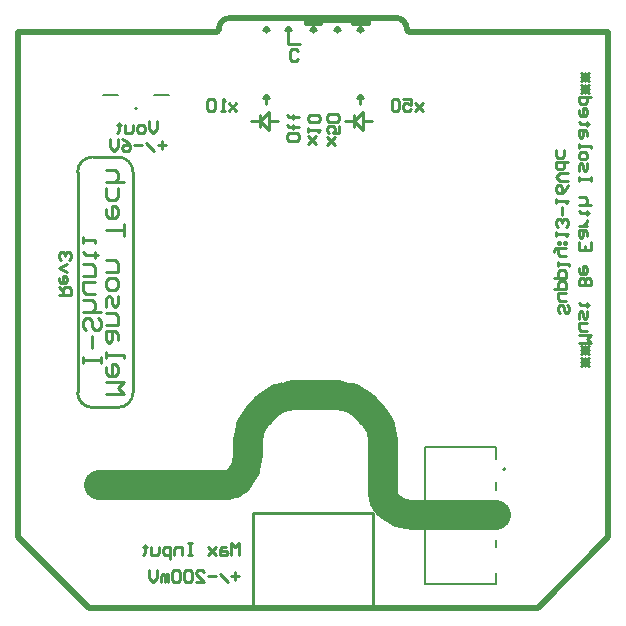
<source format=gbo>
G04*
G04 #@! TF.GenerationSoftware,Altium Limited,CircuitStudio,1.5.2 (1.5.2.30)*
G04*
G04 Layer_Color=13948096*
%FSLAX44Y44*%
%MOMM*%
G71*
G01*
G75*
%ADD33C,0.2540*%
%ADD34C,0.2500*%
%ADD35C,0.5000*%
%ADD36C,2.5000*%
%ADD59C,0.2000*%
%ADD103C,0.1270*%
D33*
X381700Y349360D02*
Y430500D01*
X483300D01*
Y349500D02*
Y430500D01*
X381700Y349500D02*
X483300D01*
X475040Y754580D02*
Y762200D01*
X467420D02*
X475040Y754580D01*
X467420Y762200D02*
X475040Y769820D01*
Y762200D02*
Y769820D01*
X467420Y757120D02*
Y767280D01*
X459800Y762200D02*
X467420D01*
X475040D02*
X482660D01*
X472500Y784620D02*
X475040Y782080D01*
X469960D02*
X475040D01*
X469960D02*
X472500Y784620D01*
Y777000D02*
Y784620D01*
X392500Y777000D02*
Y784620D01*
X389960Y782080D02*
X392500Y784620D01*
X389960Y782080D02*
X395040D01*
X392500Y784620D02*
X395040Y782080D01*
Y762200D02*
X402660D01*
X379800D02*
X387420D01*
Y757120D02*
Y767280D01*
X395040Y762200D02*
Y769820D01*
X387420Y762200D02*
X395040Y769820D01*
X387420Y762200D02*
X395040Y754580D01*
Y762200D01*
X451164Y742000D02*
X444500Y748664D01*
X447832Y745332D01*
X451164Y748664D01*
X444500Y742000D01*
X454497Y758661D02*
Y751997D01*
X449498D01*
X451164Y755329D01*
Y756995D01*
X449498Y758661D01*
X446166D01*
X444500Y756995D01*
Y753663D01*
X446166Y751997D01*
X452831Y761993D02*
X454497Y763660D01*
Y766992D01*
X452831Y768658D01*
X446166D01*
X444500Y766992D01*
Y763660D01*
X446166Y761993D01*
X452831D01*
X435164Y743000D02*
X428500Y749664D01*
X431832Y746332D01*
X435164Y749664D01*
X428500Y743000D01*
Y752997D02*
Y756329D01*
Y754663D01*
X438497D01*
X436831Y752997D01*
Y761327D02*
X438497Y762993D01*
Y766326D01*
X436831Y767992D01*
X430166D01*
X428500Y766326D01*
Y762993D01*
X430166Y761327D01*
X436831D01*
X410503Y750827D02*
Y747495D01*
X412169Y745829D01*
X418834D01*
X420500Y747495D01*
Y750827D01*
X418834Y752493D01*
X412169D01*
X410503Y750827D01*
X420500Y757492D02*
X412169D01*
X415502D01*
Y755826D01*
Y759158D01*
Y757492D01*
X412169D01*
X410503Y759158D01*
X420500Y765823D02*
X412169D01*
X415502D01*
Y764156D01*
Y767489D01*
Y765823D01*
X412169D01*
X410503Y767489D01*
X217500Y615000D02*
X227497D01*
Y619998D01*
X225831Y621664D01*
X222498D01*
X220832Y619998D01*
Y615000D01*
Y618332D02*
X217500Y621664D01*
Y629995D02*
Y626663D01*
X219166Y624997D01*
X222498D01*
X224164Y626663D01*
Y629995D01*
X222498Y631661D01*
X220832D01*
Y624997D01*
X224164Y634993D02*
X217500Y638326D01*
X224164Y641658D01*
X225831Y644990D02*
X227497Y646656D01*
Y649989D01*
X225831Y651655D01*
X224164D01*
X222498Y649989D01*
Y648323D01*
Y649989D01*
X220832Y651655D01*
X219166D01*
X217500Y649989D01*
Y646656D01*
X219166Y644990D01*
X370000Y395100D02*
Y405097D01*
X366668Y401764D01*
X363335Y405097D01*
Y395100D01*
X358337Y401764D02*
X355005D01*
X353338Y400098D01*
Y395100D01*
X358337D01*
X360003Y396766D01*
X358337Y398432D01*
X353338D01*
X350006Y401764D02*
X343342Y395100D01*
X346674Y398432D01*
X343342Y401764D01*
X350006Y395100D01*
X330013Y405097D02*
X326680D01*
X328346D01*
Y395100D01*
X330013D01*
X326680D01*
X321682D02*
Y401764D01*
X316684D01*
X315018Y400098D01*
Y395100D01*
X311685Y391768D02*
Y401764D01*
X306687D01*
X305021Y400098D01*
Y396766D01*
X306687Y395100D01*
X311685D01*
X301688Y401764D02*
Y396766D01*
X300022Y395100D01*
X295024D01*
Y401764D01*
X290026Y403431D02*
Y401764D01*
X291692D01*
X288359D01*
X290026D01*
Y396766D01*
X288359Y395100D01*
X665831Y555000D02*
X659166Y561664D01*
Y555000D02*
X665831Y561664D01*
X662498Y555000D02*
Y561664D01*
X659166Y558332D02*
X665831D01*
Y564997D02*
X659166Y571661D01*
Y564997D02*
X665831Y571661D01*
X662498Y564997D02*
Y571661D01*
X659166Y568329D02*
X665831D01*
X657500Y574993D02*
X667497D01*
X664164Y578326D01*
X667497Y581658D01*
X657500D01*
X664164Y584990D02*
X659166D01*
X657500Y586656D01*
Y591655D01*
X664164D01*
X657500Y594987D02*
Y599985D01*
X659166Y601651D01*
X660832Y599985D01*
Y596653D01*
X662498Y594987D01*
X664164Y596653D01*
Y601651D01*
X665831Y606650D02*
X664164D01*
Y604984D01*
Y608316D01*
Y606650D01*
X659166D01*
X657500Y608316D01*
X667497Y623311D02*
X657500D01*
Y628310D01*
X659166Y629976D01*
X660832D01*
X662498Y628310D01*
Y623311D01*
Y628310D01*
X664164Y629976D01*
X665831D01*
X667497Y628310D01*
Y623311D01*
X657500Y638306D02*
Y634974D01*
X659166Y633308D01*
X662498D01*
X664164Y634974D01*
Y638306D01*
X662498Y639972D01*
X660832D01*
Y633308D01*
X667497Y659966D02*
Y653301D01*
X657500D01*
Y659966D01*
X662498Y653301D02*
Y656634D01*
X664164Y664965D02*
Y668297D01*
X662498Y669963D01*
X657500D01*
Y664965D01*
X659166Y663298D01*
X660832Y664965D01*
Y669963D01*
X664164Y673295D02*
X657500D01*
X660832D01*
X662498Y674961D01*
X664164Y676627D01*
Y678294D01*
X665831Y684958D02*
X664164D01*
Y683292D01*
Y686624D01*
Y684958D01*
X659166D01*
X657500Y686624D01*
X667497Y691622D02*
X657500D01*
X662498D01*
X664164Y693289D01*
Y696621D01*
X662498Y698287D01*
X657500D01*
X667497Y711616D02*
Y714948D01*
Y713282D01*
X657500D01*
Y711616D01*
Y714948D01*
Y719947D02*
Y724945D01*
X659166Y726611D01*
X660832Y724945D01*
Y721613D01*
X662498Y719947D01*
X664164Y721613D01*
Y726611D01*
X657500Y731610D02*
Y734942D01*
X659166Y736608D01*
X662498D01*
X664164Y734942D01*
Y731610D01*
X662498Y729943D01*
X659166D01*
X657500Y731610D01*
Y739940D02*
Y743272D01*
Y741606D01*
X667497D01*
Y739940D01*
X664164Y749937D02*
Y753269D01*
X662498Y754935D01*
X657500D01*
Y749937D01*
X659166Y748271D01*
X660832Y749937D01*
Y754935D01*
X665831Y759934D02*
X664164D01*
Y758268D01*
Y761600D01*
Y759934D01*
X659166D01*
X657500Y761600D01*
Y771597D02*
Y768264D01*
X659166Y766598D01*
X662498D01*
X664164Y768264D01*
Y771597D01*
X662498Y773263D01*
X660832D01*
Y766598D01*
X667497Y783260D02*
X657500D01*
Y778261D01*
X659166Y776595D01*
X662498D01*
X664164Y778261D01*
Y783260D01*
X665831Y786592D02*
X659166Y793256D01*
Y786592D02*
X665831Y793256D01*
X662498Y786592D02*
Y793256D01*
X659166Y789924D02*
X665831D01*
Y796589D02*
X659166Y803253D01*
Y796589D02*
X665831Y803253D01*
X662498Y796589D02*
Y803253D01*
X659166Y799921D02*
X665831D01*
X370000Y377598D02*
X363335D01*
X366668Y380931D02*
Y374266D01*
X360003Y372600D02*
X353338Y379264D01*
X350006Y377598D02*
X343342D01*
X333345Y372600D02*
X340009D01*
X333345Y379264D01*
Y380931D01*
X335011Y382597D01*
X338343D01*
X340009Y380931D01*
X330013D02*
X328346Y382597D01*
X325014D01*
X323348Y380931D01*
Y374266D01*
X325014Y372600D01*
X328346D01*
X330013Y374266D01*
Y380931D01*
X320016D02*
X318350Y382597D01*
X315017D01*
X313351Y380931D01*
Y374266D01*
X315017Y372600D01*
X318350D01*
X320016Y374266D01*
Y380931D01*
X310019Y372600D02*
Y379264D01*
X308353D01*
X306687Y377598D01*
Y372600D01*
Y377598D01*
X305021Y379264D01*
X303354Y377598D01*
Y372600D01*
X300022Y382597D02*
Y375932D01*
X296690Y372600D01*
X293358Y375932D01*
Y382597D01*
X307500Y742498D02*
X300835D01*
X304168Y745831D02*
Y739166D01*
X297503Y737500D02*
X290839Y744164D01*
X287506Y742498D02*
X280842D01*
X270845Y747497D02*
X274177Y745831D01*
X277510Y742498D01*
Y739166D01*
X275843Y737500D01*
X272511D01*
X270845Y739166D01*
Y740832D01*
X272511Y742498D01*
X277510D01*
X267513Y747497D02*
Y740832D01*
X264181Y737500D01*
X260848Y740832D01*
Y747497D01*
X300000Y762497D02*
Y755832D01*
X296668Y752500D01*
X293335Y755832D01*
Y762497D01*
X288337Y752500D02*
X285005D01*
X283339Y754166D01*
Y757498D01*
X285005Y759164D01*
X288337D01*
X290003Y757498D01*
Y754166D01*
X288337Y752500D01*
X280006Y759164D02*
Y754166D01*
X278340Y752500D01*
X273342D01*
Y759164D01*
X268344Y760831D02*
Y759164D01*
X270010D01*
X266677D01*
X268344D01*
Y754166D01*
X266677Y752500D01*
X367500Y777664D02*
X360835Y771000D01*
X364168Y774332D01*
X360835Y777664D01*
X367500Y771000D01*
X357503D02*
X354171D01*
X355837D01*
Y780997D01*
X357503Y779331D01*
X349173D02*
X347506Y780997D01*
X344174D01*
X342508Y779331D01*
Y772666D01*
X344174Y771000D01*
X347506D01*
X349173Y772666D01*
Y779331D01*
X419914Y814919D02*
X418248Y813253D01*
X414916D01*
X413250Y814919D01*
Y821584D01*
X414916Y823250D01*
X418248D01*
X419914Y821584D01*
X525500Y777664D02*
X518835Y771000D01*
X522168Y774332D01*
X518835Y777664D01*
X525500Y771000D01*
X508839Y780997D02*
X515503D01*
Y775998D01*
X512171Y777664D01*
X510505D01*
X508839Y775998D01*
Y772666D01*
X510505Y771000D01*
X513837D01*
X515503Y772666D01*
X505506Y779331D02*
X503840Y780997D01*
X500508D01*
X498842Y779331D01*
Y772666D01*
X500508Y771000D01*
X503840D01*
X505506Y772666D01*
Y779331D01*
X252735Y558000D02*
Y563078D01*
Y560539D01*
X237500D01*
Y558000D01*
Y563078D01*
X245117Y570696D02*
Y580853D01*
X250196Y596088D02*
X252735Y593548D01*
Y588470D01*
X250196Y585931D01*
X247656D01*
X245117Y588470D01*
Y593548D01*
X242578Y596088D01*
X240039D01*
X237500Y593548D01*
Y588470D01*
X240039Y585931D01*
X252735Y601166D02*
X237500D01*
X245117D01*
X247656Y603705D01*
Y608783D01*
X245117Y611323D01*
X237500D01*
X247656Y616401D02*
X240039D01*
X237500Y618940D01*
Y626558D01*
X247656D01*
X237500Y631636D02*
X247656D01*
Y639254D01*
X245117Y641793D01*
X237500D01*
X250196Y649410D02*
X247656D01*
Y646871D01*
Y651949D01*
Y649410D01*
X240039D01*
X237500Y651949D01*
Y659567D02*
Y664645D01*
Y662106D01*
X247656D01*
Y659567D01*
X257000Y531000D02*
X272235D01*
X267157Y536078D01*
X272235Y541157D01*
X257000D01*
Y553853D02*
Y548774D01*
X259539Y546235D01*
X264617D01*
X267157Y548774D01*
Y553853D01*
X264617Y556392D01*
X262078D01*
Y546235D01*
X257000Y561470D02*
Y566548D01*
Y564009D01*
X272235D01*
Y561470D01*
X267157Y576705D02*
Y581783D01*
X264617Y584323D01*
X257000D01*
Y576705D01*
X259539Y574166D01*
X262078Y576705D01*
Y584323D01*
X257000Y589401D02*
X267157D01*
Y597019D01*
X264617Y599558D01*
X257000D01*
Y604636D02*
Y612254D01*
X259539Y614793D01*
X262078Y612254D01*
Y607175D01*
X264617Y604636D01*
X267157Y607175D01*
Y614793D01*
X257000Y622410D02*
Y627489D01*
X259539Y630028D01*
X264617D01*
X267157Y627489D01*
Y622410D01*
X264617Y619871D01*
X259539D01*
X257000Y622410D01*
Y635106D02*
X267157D01*
Y642724D01*
X264617Y645263D01*
X257000D01*
X272235Y665576D02*
Y675733D01*
Y670655D01*
X257000D01*
Y688429D02*
Y683351D01*
X259539Y680811D01*
X264617D01*
X267157Y683351D01*
Y688429D01*
X264617Y690968D01*
X262078D01*
Y680811D01*
X267157Y706203D02*
Y698586D01*
X264617Y696047D01*
X259539D01*
X257000Y698586D01*
Y706203D01*
X272235Y711282D02*
X257000D01*
X264617D01*
X267157Y713821D01*
Y718899D01*
X264617Y721438D01*
X257000D01*
X647831Y606664D02*
X649497Y604998D01*
Y601666D01*
X647831Y600000D01*
X646164D01*
X644498Y601666D01*
Y604998D01*
X642832Y606664D01*
X641166D01*
X639500Y604998D01*
Y601666D01*
X641166Y600000D01*
X646164Y609997D02*
X641166D01*
X639500Y611663D01*
Y616661D01*
X646164D01*
X636168Y619994D02*
X646164D01*
Y624992D01*
X644498Y626658D01*
X641166D01*
X639500Y624992D01*
Y619994D01*
X636168Y629990D02*
X646164D01*
Y634989D01*
X644498Y636655D01*
X641166D01*
X639500Y634989D01*
Y629990D01*
Y639987D02*
Y643319D01*
Y641653D01*
X649497D01*
Y639987D01*
X646164Y648318D02*
X641166D01*
X639500Y649984D01*
Y654982D01*
X637834D01*
X636168Y653316D01*
Y651650D01*
X639500Y654982D02*
X646164D01*
Y658314D02*
Y659981D01*
X644498D01*
Y658314D01*
X646164D01*
X641166D02*
Y659981D01*
X639500D01*
Y658314D01*
X641166D01*
X638334Y664836D02*
Y668168D01*
Y666502D01*
X648331D01*
X646664Y664836D01*
Y673167D02*
X648331Y674833D01*
Y678165D01*
X646664Y679831D01*
X644998D01*
X643332Y678165D01*
Y676499D01*
Y678165D01*
X641666Y679831D01*
X640000D01*
X638334Y678165D01*
Y674833D01*
X640000Y673167D01*
X643332Y683164D02*
Y689828D01*
X638334Y693160D02*
Y696493D01*
Y694827D01*
X648331D01*
X646664Y693160D01*
X648331Y708156D02*
X646664Y704823D01*
X643332Y701491D01*
X640000D01*
X638334Y703157D01*
Y706489D01*
X640000Y708156D01*
X641666D01*
X643332Y706489D01*
Y701491D01*
X648331Y711488D02*
X641666D01*
X638334Y714820D01*
X641666Y718152D01*
X648331D01*
Y728149D02*
X638334D01*
Y723151D01*
X640000Y721485D01*
X643332D01*
X644998Y723151D01*
Y728149D01*
Y738146D02*
Y733148D01*
X643332Y731481D01*
X640000D01*
X638334Y733148D01*
Y738146D01*
D34*
X280000Y719300D02*
G03*
X267300Y732000I-12700J0D01*
G01*
X245700D02*
G03*
X233000Y719300I0J-12700D01*
G01*
Y532700D02*
G03*
X245700Y520000I12700J0D01*
G01*
X267300D02*
G03*
X280000Y532700I0J12700D01*
G01*
X425500Y844500D02*
X439000D01*
Y847500D01*
X425500D02*
X439000D01*
X425500Y844500D02*
Y847500D01*
X446500D02*
X479500D01*
Y844500D02*
Y847500D01*
X465500Y844500D02*
X479500D01*
X465500D02*
Y847500D01*
X411500Y827500D02*
X421500D01*
X411500D02*
Y842500D01*
X409000Y840000D02*
X411500Y842500D01*
X409000Y840000D02*
X414000D01*
X411500Y842500D02*
X414000Y840000D01*
X472500Y842500D02*
X475000Y840000D01*
X470000D02*
X475000D01*
X470000D02*
X472500Y842500D01*
Y837500D02*
Y842500D01*
X452500Y837500D02*
Y842500D01*
X450000Y840000D02*
X452500Y842500D01*
X450000Y840000D02*
X455000D01*
X452500Y842500D02*
X455000Y840000D01*
X432500Y842500D02*
X435000Y840000D01*
X430000D02*
X435000D01*
X430000D02*
X432500Y842500D01*
Y837500D02*
Y842500D01*
X392500Y837500D02*
Y842500D01*
X390000Y840000D02*
X392500Y842500D01*
X390000Y840000D02*
X395000D01*
X392500Y842500D02*
X395000Y840000D01*
X439000Y847500D02*
X446500D01*
X280000Y544000D02*
Y719300D01*
X245700Y732000D02*
X267300D01*
X233000Y532700D02*
Y719300D01*
X245700Y520000D02*
X267300D01*
X280000Y532700D02*
Y544000D01*
D35*
X512000Y840049D02*
G03*
X502000Y850049I-10000J0D01*
G01*
X512000Y840049D02*
G03*
X514500Y837549I2500J0D01*
G01*
X362549Y850049D02*
G03*
X352549Y840049I0J-10000D01*
G01*
X350049Y837549D02*
G03*
X352549Y840049I0J2500D01*
G01*
X182500Y410000D02*
X242400Y350100D01*
X622600D01*
X182500Y410000D02*
Y837500D01*
X622600Y350100D02*
X682500Y410000D01*
Y837549D01*
X182500Y837500D02*
X350049D01*
X514500Y837549D02*
X667500D01*
X682500D01*
X362549Y850049D02*
X502000D01*
D36*
X495420Y437730D02*
G03*
X517100Y428750I21680J21680D01*
G01*
X491700Y446711D02*
G03*
X495420Y437730I12700J0D01*
G01*
X491700Y492250D02*
G03*
X482720Y513930I-30661J0D01*
G01*
X475280Y521370D02*
G03*
X453600Y530350I-21680J-21680D01*
G01*
X415500D02*
G03*
X393820Y521370I0J-30661D01*
G01*
X386380Y513930D02*
G03*
X377400Y492250I21680J-21680D01*
G01*
X368420Y457870D02*
G03*
X377400Y479550I-21680J21680D01*
G01*
X359439Y454150D02*
G03*
X368420Y457870I0J12700D01*
G01*
X517100Y428750D02*
X587250D01*
X491700Y446711D02*
Y492250D01*
X475280Y521370D02*
X482720Y513930D01*
X415500Y530350D02*
X453600D01*
X386380Y513930D02*
X393820Y521370D01*
X377400Y479550D02*
Y492250D01*
X251000Y454150D02*
X359439D01*
D59*
X595250Y467750D02*
G03*
X595250Y467750I-1000J0D01*
G01*
X283500Y773000D02*
G03*
X283500Y773000I-1000J0D01*
G01*
D103*
X527250Y370750D02*
X587250D01*
X527250D02*
Y486750D01*
X587250D01*
Y370750D02*
Y379750D01*
Y476750D02*
Y486750D01*
Y401750D02*
Y407750D01*
Y424750D02*
Y432750D01*
Y449750D02*
Y456750D01*
X297500Y784902D02*
X310500D01*
X254500D02*
X267500D01*
M02*

</source>
